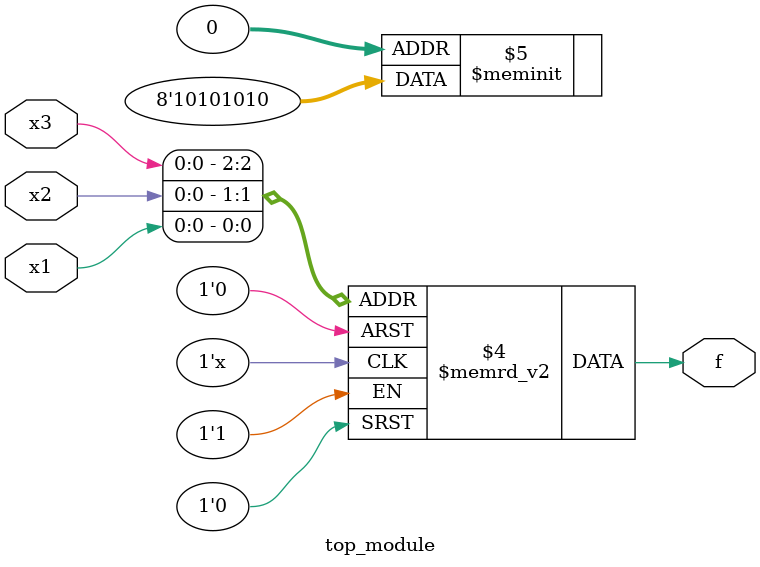
<source format=sv>
module top_module (
   input x3,
   input x2,
   input x1,
   output f
);

   always @(*) begin
      case ({x3, x2, x1})
         3'b000: f = 1'b0;
         3'b001: f = 1'b1;
         3'b010: f = 1'b0;
         3'b011: f = 1'b1;
         3'b100: f = 1'b0;
         3'b101: f = 1'b1;
         3'b110: f = 1'b0;
         3'b111: f = 1'b1;
         default: f = 1'b0;
      endcase
   end

endmodule

</source>
